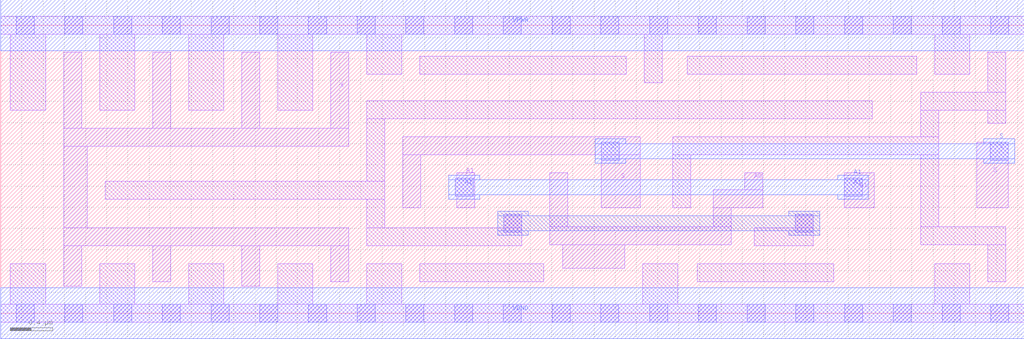
<source format=lef>
# Copyright 2020 The SkyWater PDK Authors
#
# Licensed under the Apache License, Version 2.0 (the "License");
# you may not use this file except in compliance with the License.
# You may obtain a copy of the License at
#
#     https://www.apache.org/licenses/LICENSE-2.0
#
# Unless required by applicable law or agreed to in writing, software
# distributed under the License is distributed on an "AS IS" BASIS,
# WITHOUT WARRANTIES OR CONDITIONS OF ANY KIND, either express or implied.
# See the License for the specific language governing permissions and
# limitations under the License.
#
# SPDX-License-Identifier: Apache-2.0

VERSION 5.7 ;
  NOWIREEXTENSIONATPIN ON ;
  DIVIDERCHAR "/" ;
  BUSBITCHARS "[]" ;
UNITS
  DATABASE MICRONS 200 ;
END UNITS
MACRO sky130_fd_sc_hd__mux2_8
  CLASS CORE ;
  FOREIGN sky130_fd_sc_hd__mux2_8 ;
  ORIGIN  0.000000  0.000000 ;
  SIZE  9.660000 BY  2.720000 ;
  SYMMETRY X Y R90 ;
  SITE unithd ;
  PIN A0
    ANTENNAGATEAREA  0.492000 ;
    DIRECTION INPUT ;
    USE SIGNAL ;
    PORT
      LAYER li1 ;
        RECT 5.180000 0.645000 6.895000 0.815000 ;
        RECT 5.180000 0.815000 5.350000 1.325000 ;
        RECT 5.305000 0.425000 5.890000 0.645000 ;
        RECT 6.725000 0.815000 6.895000 0.995000 ;
        RECT 6.725000 0.995000 7.195000 1.165000 ;
        RECT 7.025000 1.165000 7.195000 1.325000 ;
    END
  END A0
  PIN A1
    ANTENNAGATEAREA  0.492000 ;
    DIRECTION INPUT ;
    USE SIGNAL ;
    PORT
      LAYER li1 ;
        RECT 4.290000 1.105000 4.475000 1.275000 ;
        RECT 4.305000 0.995000 4.475000 1.105000 ;
        RECT 4.305000 1.275000 4.475000 1.325000 ;
      LAYER mcon ;
        RECT 4.290000 1.105000 4.460000 1.275000 ;
    END
    PORT
      LAYER li1 ;
        RECT 7.960000 0.995000 8.245000 1.325000 ;
      LAYER mcon ;
        RECT 7.960000 1.105000 8.130000 1.275000 ;
    END
    PORT
      LAYER met1 ;
        RECT 4.230000 1.075000 4.520000 1.120000 ;
        RECT 4.230000 1.120000 8.190000 1.260000 ;
        RECT 4.230000 1.260000 4.520000 1.305000 ;
        RECT 7.900000 1.075000 8.190000 1.120000 ;
        RECT 7.900000 1.260000 8.190000 1.305000 ;
    END
  END A1
  PIN S
    ANTENNAGATEAREA  0.739500 ;
    DIRECTION INPUT ;
    USE SIGNAL ;
    PORT
      LAYER li1 ;
        RECT 3.795000 0.995000 3.965000 1.495000 ;
        RECT 3.795000 1.495000 6.035000 1.665000 ;
        RECT 5.670000 0.995000 6.035000 1.495000 ;
      LAYER mcon ;
        RECT 5.670000 1.445000 5.840000 1.615000 ;
    END
    PORT
      LAYER li1 ;
        RECT 9.215000 0.995000 9.510000 1.615000 ;
      LAYER mcon ;
        RECT 9.340000 1.445000 9.510000 1.615000 ;
    END
    PORT
      LAYER met1 ;
        RECT 5.610000 1.415000 5.900000 1.460000 ;
        RECT 5.610000 1.460000 9.570000 1.600000 ;
        RECT 5.610000 1.600000 5.900000 1.645000 ;
        RECT 9.280000 1.415000 9.570000 1.460000 ;
        RECT 9.280000 1.600000 9.570000 1.645000 ;
    END
  END S
  PIN X
    ANTENNADIFFAREA  1.782000 ;
    DIRECTION OUTPUT ;
    USE SIGNAL ;
    PORT
      LAYER li1 ;
        RECT 0.595000 0.255000 0.765000 0.635000 ;
        RECT 0.595000 0.635000 3.285000 0.805000 ;
        RECT 0.595000 0.805000 0.815000 1.575000 ;
        RECT 0.595000 1.575000 3.285000 1.745000 ;
        RECT 0.595000 1.745000 0.765000 2.465000 ;
        RECT 1.435000 0.295000 1.605000 0.635000 ;
        RECT 1.435000 1.745000 1.605000 2.465000 ;
        RECT 2.275000 0.255000 2.445000 0.635000 ;
        RECT 2.275000 1.745000 2.445000 2.465000 ;
        RECT 3.115000 0.295000 3.285000 0.635000 ;
        RECT 3.115000 1.745000 3.285000 2.465000 ;
    END
  END X
  PIN VGND
    DIRECTION INOUT ;
    SHAPE ABUTMENT ;
    USE GROUND ;
    PORT
      LAYER met1 ;
        RECT 0.000000 -0.240000 9.660000 0.240000 ;
    END
  END VGND
  PIN VPWR
    DIRECTION INOUT ;
    SHAPE ABUTMENT ;
    USE POWER ;
    PORT
      LAYER met1 ;
        RECT 0.000000 2.480000 9.660000 2.960000 ;
    END
  END VPWR
  OBS
    LAYER li1 ;
      RECT 0.000000 -0.085000 9.660000 0.085000 ;
      RECT 0.000000  2.635000 9.660000 2.805000 ;
      RECT 0.090000  0.085000 0.425000 0.465000 ;
      RECT 0.090000  1.915000 0.425000 2.635000 ;
      RECT 0.935000  0.085000 1.265000 0.465000 ;
      RECT 0.935000  1.915000 1.265000 2.635000 ;
      RECT 0.985000  1.075000 3.625000 1.245000 ;
      RECT 1.775000  0.085000 2.105000 0.465000 ;
      RECT 1.775000  1.915000 2.105000 2.635000 ;
      RECT 2.615000  0.085000 2.945000 0.465000 ;
      RECT 2.615000  1.915000 2.945000 2.635000 ;
      RECT 3.455000  0.085000 3.785000 0.465000 ;
      RECT 3.455000  0.635000 4.920000 0.805000 ;
      RECT 3.455000  0.805000 3.625000 1.075000 ;
      RECT 3.455000  1.245000 3.625000 1.835000 ;
      RECT 3.455000  1.835000 8.225000 2.005000 ;
      RECT 3.455000  2.255000 3.785000 2.635000 ;
      RECT 3.955000  0.295000 5.125000 0.465000 ;
      RECT 3.955000  2.255000 5.905000 2.425000 ;
      RECT 4.750000  0.805000 4.920000 0.935000 ;
      RECT 6.060000  0.085000 6.390000 0.465000 ;
      RECT 6.075000  2.175000 6.245000 2.635000 ;
      RECT 6.345000  0.995000 6.515000 1.495000 ;
      RECT 6.345000  1.495000 8.855000 1.665000 ;
      RECT 6.480000  2.255000 8.645000 2.425000 ;
      RECT 6.575000  0.295000 7.865000 0.465000 ;
      RECT 7.115000  0.635000 7.670000 0.805000 ;
      RECT 7.500000  0.805000 7.670000 0.935000 ;
      RECT 8.685000  0.645000 9.485000 0.815000 ;
      RECT 8.685000  0.815000 8.855000 1.495000 ;
      RECT 8.685000  1.665000 8.855000 1.915000 ;
      RECT 8.685000  1.915000 9.485000 2.085000 ;
      RECT 8.815000  0.085000 9.145000 0.465000 ;
      RECT 8.815000  2.255000 9.145000 2.635000 ;
      RECT 9.315000  0.295000 9.485000 0.645000 ;
      RECT 9.315000  1.795000 9.485000 1.915000 ;
      RECT 9.315000  2.085000 9.485000 2.465000 ;
    LAYER mcon ;
      RECT 0.145000 -0.085000 0.315000 0.085000 ;
      RECT 0.145000  2.635000 0.315000 2.805000 ;
      RECT 0.605000 -0.085000 0.775000 0.085000 ;
      RECT 0.605000  2.635000 0.775000 2.805000 ;
      RECT 1.065000 -0.085000 1.235000 0.085000 ;
      RECT 1.065000  2.635000 1.235000 2.805000 ;
      RECT 1.525000 -0.085000 1.695000 0.085000 ;
      RECT 1.525000  2.635000 1.695000 2.805000 ;
      RECT 1.985000 -0.085000 2.155000 0.085000 ;
      RECT 1.985000  2.635000 2.155000 2.805000 ;
      RECT 2.445000 -0.085000 2.615000 0.085000 ;
      RECT 2.445000  2.635000 2.615000 2.805000 ;
      RECT 2.905000 -0.085000 3.075000 0.085000 ;
      RECT 2.905000  2.635000 3.075000 2.805000 ;
      RECT 3.365000 -0.085000 3.535000 0.085000 ;
      RECT 3.365000  2.635000 3.535000 2.805000 ;
      RECT 3.825000 -0.085000 3.995000 0.085000 ;
      RECT 3.825000  2.635000 3.995000 2.805000 ;
      RECT 4.285000 -0.085000 4.455000 0.085000 ;
      RECT 4.285000  2.635000 4.455000 2.805000 ;
      RECT 4.745000 -0.085000 4.915000 0.085000 ;
      RECT 4.745000  2.635000 4.915000 2.805000 ;
      RECT 4.750000  0.765000 4.920000 0.935000 ;
      RECT 5.205000 -0.085000 5.375000 0.085000 ;
      RECT 5.205000  2.635000 5.375000 2.805000 ;
      RECT 5.665000 -0.085000 5.835000 0.085000 ;
      RECT 5.665000  2.635000 5.835000 2.805000 ;
      RECT 6.125000 -0.085000 6.295000 0.085000 ;
      RECT 6.125000  2.635000 6.295000 2.805000 ;
      RECT 6.585000 -0.085000 6.755000 0.085000 ;
      RECT 6.585000  2.635000 6.755000 2.805000 ;
      RECT 7.045000 -0.085000 7.215000 0.085000 ;
      RECT 7.045000  2.635000 7.215000 2.805000 ;
      RECT 7.500000  0.765000 7.670000 0.935000 ;
      RECT 7.505000 -0.085000 7.675000 0.085000 ;
      RECT 7.505000  2.635000 7.675000 2.805000 ;
      RECT 7.965000 -0.085000 8.135000 0.085000 ;
      RECT 7.965000  2.635000 8.135000 2.805000 ;
      RECT 8.425000 -0.085000 8.595000 0.085000 ;
      RECT 8.425000  2.635000 8.595000 2.805000 ;
      RECT 8.885000 -0.085000 9.055000 0.085000 ;
      RECT 8.885000  2.635000 9.055000 2.805000 ;
      RECT 9.345000 -0.085000 9.515000 0.085000 ;
      RECT 9.345000  2.635000 9.515000 2.805000 ;
    LAYER met1 ;
      RECT 4.690000 0.735000 4.980000 0.780000 ;
      RECT 4.690000 0.780000 7.730000 0.920000 ;
      RECT 4.690000 0.920000 4.980000 0.965000 ;
      RECT 7.440000 0.735000 7.730000 0.780000 ;
      RECT 7.440000 0.920000 7.730000 0.965000 ;
  END
END sky130_fd_sc_hd__mux2_8
END LIBRARY

</source>
